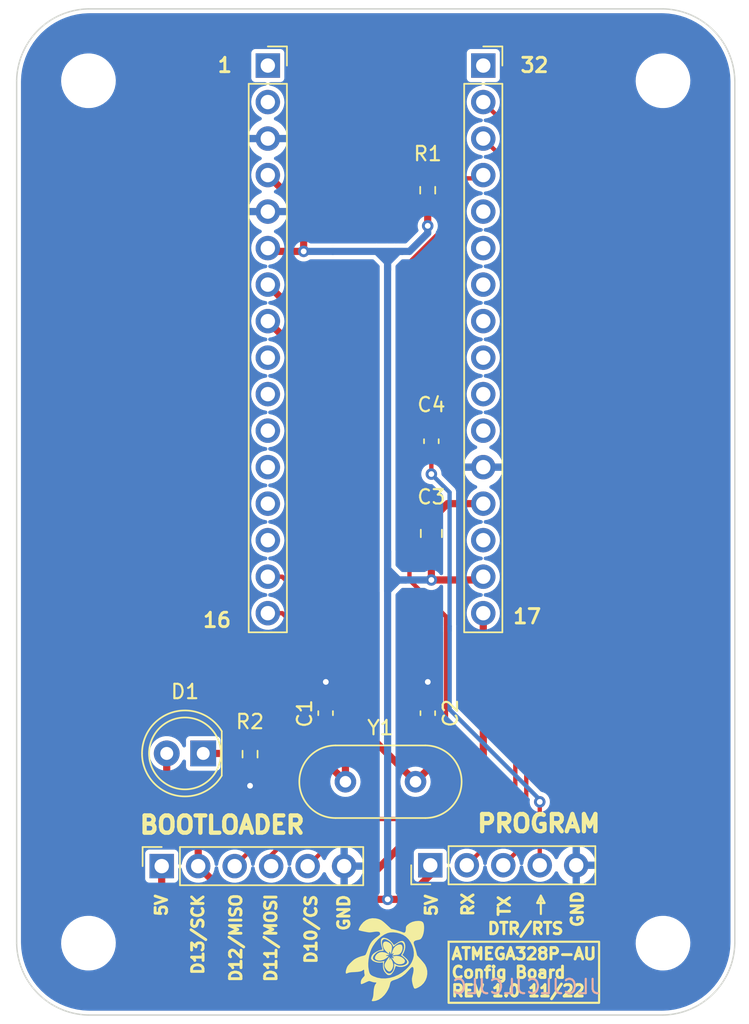
<source format=kicad_pcb>
(kicad_pcb (version 20211014) (generator pcbnew)
  (title_block (title "ESP32 Dev Base w/ Cypress USB-UART Interface") (date "2022-10-20") (rev "1.0"))
  (layers (0 "F.Cu" signal) (31 "B.Cu" power) (34 "B.Paste" user) (35 "F.Paste" user) (36 "B.SilkS" user "B.Silkscreen") (37 "F.SilkS" user "F.Silkscreen") (38 "B.Mask" user) (39 "F.Mask" user) (44 "Edge.Cuts" user))
  (net 0 "")
  (net 1 "GND")
  (net 2 "+5V")
  (net 3 "Net-(C1-Pad1)")
  (net 4 "Net-(C2-Pad1)")
  (net 5 "Net-(C3-Pad2)")
  (net 6 "DTR{slash}RTS")
  (net 7 "CS")
  (net 8 "SCK")
  (net 9 "MISO")
  (net 10 "MOSI")
  (net 11 "TX")
  (net 12 "RX")
  (net 28 "Net-(D1-Pad1)")
  (footprint "Crystal:Crystal_HC49-U_Vertical" (layer "F.Cu") (at 149.77 115.77 180)
    (fp_text reference "Y1" (at 2.45 3.756) (layer "F.SilkS"))
    (fp_text value "16MHZ" hide)
    (fp_line (start -0.685 -2.525) (end 5.565 -2.525) (layer "F.SilkS") (width 0.12))
    (fp_line (start -0.685 2.525) (end 5.565 2.525) (layer "F.SilkS") (width 0.12))
    (fp_arc (start -0.685 2.525) (mid -3.21 0) (end -0.685 -2.525) (layer "F.SilkS") (width 0.12))
    (fp_arc (start 5.565 -2.525) (mid 8.09 0) (end 5.565 2.525) (layer "F.SilkS") (width 0.12))
    (pad "1" thru_hole circle (at 0 0 180) (size 1.5 1.5) (drill 0.8) (layers *.Cu *.Mask) (net 4 "Net-(C2-Pad1)"))
    (pad "2" thru_hole circle (at 4.88 0 180) (size 1.5 1.5) (drill 0.8) (layers *.Cu *.Mask) (net 3 "Net-(C1-Pad1)"))
  )
  (footprint "Capacitor_SMD:C_0805_2012Metric" (layer "F.Cu") (at 150.873 98.495 90)
    (fp_text reference "C3" (at 2.54 0 180) (layer "F.SilkS"))
    (fp_text value "47uF" hide)
    (fp_line (start -0.261252 -0.735) (end 0.261252 -0.735) (layer "F.SilkS") (width 0.12))
    (fp_line (start -0.261252 0.735) (end 0.261252 0.735) (layer "F.SilkS") (width 0.12))
    (pad "1" smd roundrect (at -0.95 0 90) (size 1 1.45) (layers "F.Cu" "F.Paste" "F.Mask") (net 2 "+5V"))
    (pad "2" smd roundrect (at 0.95 0 90) (size 1 1.45) (layers "F.Cu" "F.Paste" "F.Mask") (net 5 "Net-(C3-Pad2)"))
  )
  (footprint "MountingHole:MountingHole_3.2mm_M3" (layer "F.Cu") (at 167 67)
    (fp_text reference "H2" hide)
    (fp_text value "MountingHole" hide)
    (pad "" np_thru_hole circle (at 0 0) (size 3.2 3.2) (drill 3.2) (layers *.Cu *.Mask))
  )
  (footprint "Resistor_SMD:R_0603_1608Metric" (layer "F.Cu") (at 138.25 113.85 -90)
    (fp_text reference "R2" (at -2.261 0.009 180) (layer "F.SilkS"))
    (fp_text value "1k" hide)
    (fp_line (start -0.237258 0.5225) (end 0.237258 0.5225) (layer "F.SilkS") (width 0.12))
    (fp_line (start -0.237258 -0.5225) (end 0.237258 -0.5225) (layer "F.SilkS") (width 0.12))
    (pad "1" smd roundrect (at -0.825 0 270) (size 0.8 0.95) (layers "F.Cu" "F.Paste" "F.Mask") (net 28 "Net-(D1-Pad1)"))
    (pad "2" smd roundrect (at 0.825 0 270) (size 0.8 0.95) (layers "F.Cu" "F.Paste" "F.Mask") (net 1 "GND"))
  )
  (footprint "Capacitor_SMD:C_0603_1608Metric" (layer "F.Cu") (at 150.625 111 90)
    (fp_text reference "C2" (at 0.002 1.578 270) (layer "F.SilkS"))
    (fp_text value "22pF" hide)
    (fp_line (start -0.14058 0.51) (end 0.14058 0.51) (layer "F.SilkS") (width 0.12))
    (fp_line (start -0.14058 -0.51) (end 0.14058 -0.51) (layer "F.SilkS") (width 0.12))
    (pad "1" smd roundrect (at -0.775 0 90) (size 0.9 0.95) (layers "F.Cu" "F.Paste" "F.Mask") (net 4 "Net-(C2-Pad1)"))
    (pad "2" smd roundrect (at 0.775 0 90) (size 0.9 0.95) (layers "F.Cu" "F.Paste" "F.Mask") (net 1 "GND"))
  )
  (footprint "Resistor_SMD:R_0603_1608Metric" (layer "F.Cu") (at 150.619 74.616 90)
    (fp_text reference "R1" (at 2.54 0) (layer "F.SilkS"))
    (fp_text value "10k" hide)
    (fp_line (start -0.237258 0.5225) (end 0.237258 0.5225) (layer "F.SilkS") (width 0.12))
    (fp_line (start -0.237258 -0.5225) (end 0.237258 -0.5225) (layer "F.SilkS") (width 0.12))
    (pad "1" smd roundrect (at -0.825 0 90) (size 0.8 0.95) (layers "F.Cu" "F.Paste" "F.Mask") (net 2 "+5V"))
    (pad "2" smd roundrect (at 0.825 0 90) (size 0.8 0.95) (layers "F.Cu" "F.Paste" "F.Mask") (net 7 "CS"))
  )
  (footprint "Capacitor_SMD:C_0603_1608Metric" (layer "F.Cu") (at 143.51 110.998 90)
    (fp_text reference "C1" (at -0.027 -1.46 90) (layer "F.SilkS"))
    (fp_text value "22pF" hide)
    (fp_line (start -0.14058 0.51) (end 0.14058 0.51) (layer "F.SilkS") (width 0.12))
    (fp_line (start -0.14058 -0.51) (end 0.14058 -0.51) (layer "F.SilkS") (width 0.12))
    (pad "1" smd roundrect (at -0.775 0 90) (size 0.9 0.95) (layers "F.Cu" "F.Paste" "F.Mask") (net 3 "Net-(C1-Pad1)"))
    (pad "2" smd roundrect (at 0.775 0 90) (size 0.9 0.95) (layers "F.Cu" "F.Paste" "F.Mask") (net 1 "GND"))
  )
  (footprint "MountingHole:MountingHole_3.2mm_M3" (layer "F.Cu") (at 127 127)
    (fp_text reference "H3" hide)
    (fp_text value "MountingHole" hide)
    (pad "" np_thru_hole circle (at 0 0) (size 3.2 3.2) (drill 3.2) (layers *.Cu *.Mask))
  )
  (footprint "Connector_PinSocket_2.54mm:PinSocket_1x06_P2.54mm_Vertical" (layer "F.Cu") (at 132.1 121.64 90)
    (fp_text reference "J1" hide)
    (fp_text value "Conn_01x06_Female" hide)
    (fp_line (start 1.33 1.27) (end 1.33 14.03) (layer "F.SilkS") (width 0.12))
    (fp_line (start -1.33 1.27) (end 1.33 1.27) (layer "F.SilkS") (width 0.12))
    (fp_line (start 0 -1.33) (end 1.33 -1.33) (layer "F.SilkS") (width 0.12))
    (fp_line (start 1.33 -1.33) (end 1.33 0) (layer "F.SilkS") (width 0.12))
    (fp_line (start -1.33 1.27) (end -1.33 14.03) (layer "F.SilkS") (width 0.12))
    (fp_line (start -1.33 14.03) (end 1.33 14.03) (layer "F.SilkS") (width 0.12))
    (pad "1" thru_hole rect (at 0 0 90) (size 1.7 1.7) (drill 1) (layers *.Cu *.Mask) (net 2 "+5V"))
    (pad "2" thru_hole oval (at 0 2.54 90) (size 1.7 1.7) (drill 1) (layers *.Cu *.Mask) (net 8 "SCK"))
    (pad "3" thru_hole oval (at 0 5.08 90) (size 1.7 1.7) (drill 1) (layers *.Cu *.Mask) (net 9 "MISO"))
    (pad "4" thru_hole oval (at 0 7.62 90) (size 1.7 1.7) (drill 1) (layers *.Cu *.Mask) (net 10 "MOSI"))
    (pad "5" thru_hole oval (at 0 10.16 90) (size 1.7 1.7) (drill 1) (layers *.Cu *.Mask) (net 7 "CS"))
    (pad "6" thru_hole oval (at 0 12.7 90) (size 1.7 1.7) (drill 1) (layers *.Cu *.Mask) (net 1 "GND"))
  )
  (footprint "Connector_PinHeader_2.54mm:PinHeader_1x05_P2.54mm_Vertical" (layer "F.Cu") (at 150.8 121.58 90)
    (fp_text reference "J2" hide)
    (fp_text value "Conn_01x05_Male" hide)
    (fp_line (start -1.33 11.49) (end 1.33 11.49) (layer "F.SilkS") (width 0.12))
    (fp_line (start -1.33 1.27) (end 1.33 1.27) (layer "F.SilkS") (width 0.12))
    (fp_line (start -1.33 -1.33) (end 0 -1.33) (layer "F.SilkS") (width 0.12))
    (fp_line (start 1.33 1.27) (end 1.33 11.49) (layer "F.SilkS") (width 0.12))
    (fp_line (start -1.33 0) (end -1.33 -1.33) (layer "F.SilkS") (width 0.12))
    (fp_line (start -1.33 1.27) (end -1.33 11.49) (layer "F.SilkS") (width 0.12))
    (pad "1" thru_hole rect (at 0 0 90) (size 1.7 1.7) (drill 1) (layers *.Cu *.Mask) (net 2 "+5V"))
    (pad "2" thru_hole oval (at 0 2.54 90) (size 1.7 1.7) (drill 1) (layers *.Cu *.Mask) (net 11 "TX"))
    (pad "3" thru_hole oval (at 0 5.08 90) (size 1.7 1.7) (drill 1) (layers *.Cu *.Mask) (net 12 "RX"))
    (pad "4" thru_hole oval (at 0 7.62 90) (size 1.7 1.7) (drill 1) (layers *.Cu *.Mask) (net 6 "DTR{slash}RTS"))
    (pad "5" thru_hole oval (at 0 10.16 90) (size 1.7 1.7) (drill 1) (layers *.Cu *.Mask) (net 1 "GND"))
  )
  (footprint "LOGO" (layer "F.Cu") (at 148.035545 127.814596 -45)
    (fp_text reference "G***" hide)
    (fp_text value "LOGO" hide)
    (fp_poly (pts (xy -0.117083 0.129295) (xy -0.166083 0.189905) (xy -0.190683 0.236676) (xy -0.189742 0.260499) (xy -0.162122 0.25227) (xy -0.129082 0.225192) (xy -0.078027 0.183331) (xy -0.043163 0.165307) (xy -0.042642 0.165293) (xy -0.030383 0.189447) (xy -0.030935 0.252527) (xy -0.042055 0.340454) (xy -0.061504 0.439153) (xy -0.08704 0.534545) (xy -0.112467 0.603896) (xy -0.201884 0.757502) (xy -0.314344 0.872402) (xy -0.40546 0.926278) (xy -0.498692 0.958146) (xy -0.564979 0.956563) (xy -0.622065 0.920303) (xy -0.632086 0.910647) (xy -0.684924 0.822467) (xy -0.710271 0.69798) (xy -0.705701 0.549947) (xy -0.703586 0.534872) (xy -0.656167 0.398048) (xy -0.560988 0.276299) (xy -0.424515 0.17495) (xy -0.253216 0.09933) (xy -0.137744 0.068798) (xy -0.041323 0.048959)) (layer "F.SilkS") (width 0) (fill solid))
    (fp_poly (pts (xy -0.451948 -0.534) (xy -0.356996 -0.488004) (xy -0.26431 -0.401255) (xy -0.164351 -0.268714) (xy -0.142867 -0.236601) (xy -0.008199 -0.03235) (xy -0.100175 -0.07621) (xy -0.171715 -0.101198) (xy -0.21074 -0.097904) (xy -0.21016 -0.071162) (xy -0.168268 -0.029793) (xy -0.103195 0.019292) (xy -0.16868 0.036818) (xy -0.251489 0.04852) (xy -0.364 0.051948) (xy -0.481509 0.047545) (xy -0.579315 0.035752) (xy -0.607683 0.028975) (xy -0.760813 -0.033702) (xy -0.870977 -0.111682) (xy -0.937259 -0.198567) (xy -0.958743 -0.287956) (xy -0.934513 -0.373453) (xy -0.863653 -0.448657) (xy -0.745248 -0.507169) (xy -0.686807 -0.523887) (xy -0.558705 -0.544282)) (layer "F.SilkS") (width 0) (fill solid))
    (fp_poly (pts (xy 0.234165 0.177352) (xy 0.422841 0.233097) (xy 0.57885 0.324402) (xy 0.652781 0.394109) (xy 0.727351 0.502001) (xy 0.776074 0.619475) (xy 0.796396 0.733276) (xy 0.785761 0.830144) (xy 0.748535 0.891066) (xy 0.678235 0.923768) (xy 0.575182 0.93532) (xy 0.457386 0.925997) (xy 0.342855 0.896075) (xy 0.314721 0.884451) (xy 0.210895 0.814381) (xy 0.153626 0.730593) (xy 0.130637 0.666799) (xy 0.105675 0.573755) (xy 0.081471 0.465626) (xy 0.060757 0.356578) (xy 0.046265 0.260777) (xy 0.040728 0.192389) (xy 0.044864 0.166619) (xy 0.069207 0.176478) (xy 0.114415 0.216496) (xy 0.127726 0.230408) (xy 0.181011 0.277967) (xy 0.212495 0.289869) (xy 0.213713 0.268494) (xy 0.176602 0.216667) (xy 0.123969 0.157509)) (layer "F.SilkS") (width 0) (fill solid))
    (fp_poly (pts (xy 0.1278 -1.271909) (xy 0.237606 -1.20288) (xy 0.343494 -1.102116) (xy 0.436823 -0.975875) (xy 0.483623 -0.889602) (xy 0.525179 -0.793296) (xy 0.557563 -0.703141) (xy 0.56894 -0.660886) (xy 0.585699 -0.577087) (xy 0.825573 -0.595195) (xy 1.011724 -0.600934) (xy 1.150187 -0.584794) (xy 1.244737 -0.54458) (xy 1.299146 -0.478097) (xy 1.317188 -0.383152) (xy 1.312209 -0.312208) (xy 1.262286 -0.138911) (xy 1.167237 0.021009) (xy 1.037031 0.153693) (xy 0.925493 0.225399) (xy 0.856571 0.260729) (xy 0.812121 0.28462) (xy 0.804533 0.289326) (xy 0.811966 0.315366) (xy 0.839202 0.377222) (xy 0.880489 0.461899) (xy 0.883728 0.468289) (xy 0.958869 0.660183) (xy 0.984755 0.810556) (xy 0.990015 0.909185) (xy 0.983141 0.973229) (xy 0.959669 1.022663) (xy 0.928545 1.0621) (xy 0.886542 1.105566) (xy 0.843393 1.129938) (xy 0.781779 1.140652) (xy 0.684381 1.143146) (xy 0.670381 1.143151) (xy 0.51042 1.127654) (xy 0.369418 1.077302) (xy 0.23497 0.985959) (xy 0.112813 0.867436) (xy -0.00537 0.739224) (xy -0.049183 0.803505) (xy -0.145252 0.918185) (xy -0.261951 1.017334) (xy -0.389304 1.096429) (xy -0.517339 1.150947) (xy -0.63608 1.176365) (xy -0.735553 1.16816) (xy -0.789353 1.139149) (xy -0.850071 1.057135) (xy -0.892643 0.942576) (xy -0.909103 0.817074) (xy -0.909111 0.814367) (xy -0.895095 0.686662) (xy -0.857828 0.536792) (xy -0.80448 0.388525) (xy -0.744872 0.269892) (xy -0.665053 0.140327) (xy -0.882008 0.015188) (xy -1.047969 -0.094035) (xy -1.163544 -0.200386) (xy -1.227934 -0.302209) (xy -1.233872 -0.347974) (xy -1.124071 -0.347974) (xy -1.092865 -0.251236) (xy -1.007523 -0.151173) (xy -0.867754 -0.047413) (xy -0.732346 0.030271) (xy -0.647011 0.075601) (xy -0.583084 0.11039) (xy -0.554139 0.127246) (xy -0.554 0.127358) (xy -0.564646 0.150778) (xy -0.603518 0.201365) (xy -0.640209 0.24361) (xy -0.705802 0.329664) (xy -0.758942 0.422453) (xy -0.773565 0.457841) (xy -0.800406 0.581452) (xy -0.807275 0.720145) (xy -0.794664 0.851684) (xy -0.763066 0.953834) (xy -0.762552 0.954832) (xy -0.710911 1.03112) (xy -0.6491 1.066838) (xy -0.564917 1.065237) (xy -0.461387 1.035098) (xy -0.299014 0.950186) (xy -0.156429 0.823264) (xy -0.082575 0.725494) (xy -0.005652 0.604199) (xy 0.054225 0.701083) (xy 0.154785 0.827083) (xy 0.282595 0.933023) (xy 0.424665 1.011782) (xy 0.568003 1.056242) (xy 0.699618 1.059281) (xy 0.705802 1.058191) (xy 0.81276 1.015637) (xy 0.882531 0.940163) (xy 0.915272 0.839363) (xy 0.911137 0.720829) (xy 0.870284 0.592155) (xy 0.792867 0.460934) (xy 0.691178 0.346093) (xy 0.628713 0.280499) (xy 0.610579 0.241399) (xy 0.636195 0.223374) (xy 0.677669 0.22039) (xy 0.79402 0.196611) (xy 0.911219 0.132378) (xy 1.020212 0.038347) (xy 1.111941 -0.074827) (xy 1.177352 -0.196488) (xy 1.207388 -0.31598) (xy 1.20166 -0.396167) (xy 1.165663 -0.462776) (xy 1.12372 -0.498973) (xy 1.047774 -0.520916) (xy 0.934175 -0.531058) (xy 0.799205 -0.528867) (xy 0.661171 -0.514127) (xy 0.537201 -0.494745) (xy 0.49035 -0.653718) (xy 0.422624 -0.83143) (xy 0.335938 -0.978214) (xy 0.2357 -1.089093) (xy 0.127319 -1.159087) (xy 0.016203 -1.18322) (xy -0.067793 -1.167427) (xy -0.122726 -1.120285) (xy -0.172274 -1.029662) (xy -0.211886 -0.90717) (xy -0.237015 -0.764419) (xy -0.240538 -0.726443) (xy -0.24862 -0.628733) (xy -0.255889 -0.556774) (xy -0.260952 -0.524104) (xy -0.261458 -0.523428) (xy -0.287091 -0.534405) (xy -0.3433 -0.561514) (xy -0.357509 -0.568568) (xy -0.467585 -0.603092) (xy -0.600249 -0.614347) (xy -0.741519 -0.604715) (xy -0.877412 -0.576579) (xy -0.993948 -0.532324) (xy -1.077143 -0.474333) (xy -1.10143 -0.441757) (xy -1.124071 -0.347974) (xy -1.233872 -0.347974) (xy -1.240342 -0.397845) (xy -1.199972 -0.485635) (xy -1.147061 -0.536182) (xy -0.983292 -0.630375) (xy -0.797696 -0.677775) (xy -0.595856 -0.680911) (xy -0.49195 -0.671) (xy -0.406307 -0.65952) (xy -0.357034 -0.64891) (xy -0.356341 -0.648645) (xy -0.332635 -0.64911) (xy -0.314061 -0.678284) (xy -0.297005 -0.745319) (xy -0.280863 -0.839792) (xy -0.239653 -1.02895) (xy -0.182723 -1.170706) (xy -0.111231 -1.262602) (xy -0.068989 -1.289729) (xy 0.022721 -1.302944)) (layer "F.SilkS") (width 0) (fill solid))
    (fp_poly (pts (xy 0.115518 -3.15042) (xy 0.232256 -3.062829) (xy 0.327719 -2.972593) (xy 0.455249 -2.828622) (xy 0.561455 -2.676753) (xy 0.641445 -2.526742) (xy 0.690323 -2.388347) (xy 0.703194 -2.271323) (xy 0.697755 -2.235003) (xy 0.670871 -2.171666) (xy 0.621851 -2.089475) (xy 0.587873 -2.041538) (xy 0.518988 -1.92619) (xy 0.498338 -1.826878) (xy 0.526421 -1.747242) (xy 0.544836 -1.727357) (xy 0.595241 -1.692815) (xy 0.677199 -1.647449) (xy 0.758339 -1.607937) (xy 0.864132 -1.555528) (xy 0.990739 -1.486877) (xy 1.112799 -1.415797) (xy 1.126279 -1.407549) (xy 1.329674 -1.282276) (xy 1.69103 -1.264093) (xy 1.841048 -1.254584) (xy 1.984438 -1.242028) (xy 2.105205 -1.228038) (xy 2.187356 -1.214229) (xy 2.188977 -1.213853) (xy 2.402855 -1.136642) (xy 2.59304 -1.015288) (xy 2.754747 -0.857395) (xy 2.883188 -0.670573) (xy 2.973579 -0.462427) (xy 3.021132 -0.240566) (xy 3.021064 -0.012596) (xy 3.005499 0.084008) (xy 2.964772 0.245458) (xy 2.919661 0.370374) (xy 2.872948 0.452267) (xy 2.834358 0.48311) (xy 2.778597 0.478508) (xy 2.690216 0.445661) (xy 2.580117 0.390111) (xy 2.459204 0.317396) (xy 2.33838 0.233058) (xy 2.33042 0.227025) (xy 2.217896 0.12056) (xy 2.115831 -0.022809) (xy 2.08248 -0.080718) (xy 1.989338 -0.234864) (xy 1.899407 -0.356005) (xy 1.816623 -0.441112) (xy 1.744922 -0.487154) (xy 1.68824 -0.491101) (xy 1.650514 -0.449924) (xy 1.641608 -0.42012) (xy 1.637066 -0.357356) (xy 1.639086 -0.258785) (xy 1.647153 -0.143244) (xy 1.649931 -0.115093) (xy 1.660088 0.215779) (xy 1.618601 0.529657) (xy 1.524644 0.83083) (xy 1.429404 1.032337) (xy 1.368464 1.153377) (xy 1.338156 1.244654) (xy 1.338614 1.322291) (xy 1.369968 1.402412) (xy 1.432351 1.501137) (xy 1.433243 1.502435) (xy 1.517009 1.654839) (xy 1.588349 1.843767) (xy 1.641721 2.051075) (xy 1.671584 2.258622) (xy 1.673762 2.289823) (xy 1.669752 2.552794) (xy 1.624027 2.782338) (xy 1.535542 2.9822) (xy 1.44518 3.109336) (xy 1.382521 3.17415) (xy 1.339817 3.192144) (xy 1.310864 3.164987) (xy 1.303636 3.147451) (xy 1.261247 3.039202) (xy 1.212821 2.946827) (xy 1.148176 2.854566) (xy 1.057133 2.746658) (xy 1.013428 2.698196) (xy 0.868782 2.52509) (xy 0.765095 2.368803) (xy 0.704687 2.233311) (xy 0.689074 2.141919) (xy 0.680952 2.082826) (xy 0.654436 2.071589) (xy 0.605133 2.107838) (xy 0.580616 2.132806) (xy 0.517262 2.183753) (xy 0.429093 2.235886) (xy 0.38723 2.25571) (xy 0.306162 2.294847) (xy 0.245159 2.331953) (xy 0.227316 2.34747) (xy 0.206051 2.387777) (xy 0.172801 2.466971) (xy 0.133001 2.571669) (xy 0.10941 2.637798) (xy 0.068521 2.74621) (xy 0.030338 2.831688) (xy 0.000232 2.882959) (xy -0.012034 2.892624) (xy -0.064423 2.870181) (xy -0.126008 2.812871) (xy -0.18262 2.735725) (xy -0.209652 2.682992) (xy -0.23204 2.600873) (xy -0.245827 2.495328) (xy -0.24794 2.441201) (xy -0.2507 2.352179) (xy -0.264613 2.298869) (xy -0.298128 2.261953) (xy -0.337943 2.235419) (xy -0.419182 2.176854) (xy -0.491895 2.1117) (xy -0.494264 2.109203) (xy -0.554674 2.053506) (xy -0.590168 2.044538) (xy -0.604984 2.082276) (xy -0.606074 2.108581) (xy -0.623808 2.200759) (xy -0.678687 2.311433) (xy -0.773228 2.444542) (xy -0.909951 2.604022) (xy -0.951671 2.649173) (xy -1.073804 2.785957) (xy -1.156433 2.893712) (xy -1.203302 2.977547) (xy -1.212764 3.005108) (xy -1.238878 3.072781) (xy -1.268692 3.110323) (xy -1.27728 3.113015) (xy -1.332225 3.08756) (xy -1.3971 3.01543) (xy -1.466867 2.902977) (xy -1.506706 2.823671) (xy -1.540737 2.746412) (xy -1.562988 2.678454) (xy -1.575875 2.604566) (xy -1.581812 2.509517) (xy -1.583217 2.378077) (xy -1.583154 2.341648) (xy -1.580839 2.190099) (xy -1.573108 2.074878) (xy -1.55728 1.977285) (xy -1.530672 1.878619) (xy -1.506118 1.804447) (xy -1.456769 1.678967) (xy -1.397536 1.553301) (xy -1.340397 1.452635) (xy -1.33484 1.444296) (xy -1.283528 1.358375) (xy -1.248984 1.280342) (xy -1.239697 1.238196) (xy -1.251211 1.188645) (xy -1.28262 1.101735) (xy -1.329225 0.98941) (xy -1.386326 0.863616) (xy -1.390636 0.854529) (xy -1.489421 0.626941) (xy -1.55363 0.426875) (xy -1.585746 0.241076) (xy -1.588251 0.056293) (xy -1.570023 -0.103308) (xy -1.563965 -0.140776) (xy -1.377536 -0.140776) (xy -1.358125 0.15165) (xy -1.302874 0.440861) (xy -1.238372 0.647397) (xy -1.138624 0.870876) (xy -1.006342 1.099663) (xy -0.851451 1.320064) (xy -0.683876 1.518382) (xy -0.513543 1.680922) (xy -0.457294 1.72521) (xy -0.315084 1.827606) (xy -0.203636 1.897582) (xy -0.111599 1.938244) (xy -0.027621 1.952698) (xy 0.059649 1.944051) (xy 0.161562 1.915408) (xy 0.195416 1.903827) (xy 0.456363 1.784005) (xy 0.695223 1.617803) (xy 0.908526 1.410698) (xy 1.092802 1.168168) (xy 1.24458 0.895691) (xy 1.360391 0.598742) (xy 1.436763 0.282801) (xy 1.470227 -0.046657) (xy 1.471447 -0.110196) (xy 1.465247 -0.328286) (xy 1.440922 -0.513542) (xy 1.394191 -0.686459) (xy 1.320775 -0.867534) (xy 1.307185 -0.896689) (xy 1.184556 -1.094263) (xy 1.019507 -1.267696) (xy 0.820777 -1.413315) (xy 0.5971 -1.527447) (xy 0.357212 -1.606418) (xy 0.109851 -1.646557) (xy -0.136248 -1.644189) (xy -0.362541 -1.598721) (xy -0.58005 -1.511268) (xy -0.786373 -1.390267) (xy -0.970367 -1.24447) (xy -1.120889 -1.082631) (xy -1.221914 -0.923677) (xy -1.309311 -0.689805) (xy -1.361224 -0.42505) (xy -1.377536 -0.140776) (xy -1.563965 -0.140776) (xy -1.545497 -0.254998) (xy -1.529386 -0.361445) (xy -1.521887 -0.431886) (xy -1.523196 -0.47556) (xy -1.53351 -0.501704) (xy -1.553025 -0.519558) (xy -1.579227 -0.536571) (xy -1.631477 -0.564986) (xy -1.675789 -0.564238) (xy -1.734525 -0.537745) (xy -1.791539 -0.493962) (xy -1.864057 -0.418645) (xy -1.93796 -0.326718) (xy -1.950128 -0.309831) (xy -2.021102 -0.213236) (xy -2.08968 -0.126208) (xy -2.142645 -0.065417) (xy -2.148807 -0.05922) (xy -2.197715 -0.018673) (xy -2.276798 0.039364) (xy -2.375302 0.107806) (xy -2.48247 0.179569) (xy -2.587548 0.247567) (xy -2.679781 0.304716) (xy -2.748412 0.343931) (xy -2.782393 0.358134) (xy -2.817941 0.332412) (xy -2.85628 0.261736) (xy -2.893522 0.155844) (xy -2.925778 0.024475) (xy -2.93478 -0.023463) (xy -2.952684 -0.271105) (xy -2.919252 -0.502928) (xy -2.836189 -0.714854) (xy -2.705199 -0.902806) (xy -2.527989 -1.062709) (xy -2.488705 -1.089934) (xy -2.383503 -1.15607) (xy -2.288054 -1.205041) (xy -2.190362 -1.23985) (xy -2.078433 -1.263501) (xy -1.940272 -1.278997) (xy -1.763884 -1.289341) (xy -1.678639 -1.292756) (xy -1.249795 -1.308569) (xy -1.015787 -1.452142) (xy -0.887705 -1.526835) (xy -0.749894 -1.601024) (xy -0.626124 -1.662081) (xy -0.590619 -1.67797) (xy -0.492784 -1.721943) (xy -0.436044 -1.754863) (xy -0.410082 -1.785493) (xy -0.404579 -1.822591) (xy -0.405299 -1.835325) (xy -0.431394 -1.906028) (xy -0.495131 -1.993888) (xy -0.529268 -2.030858) (xy -0.594178 -2.100292) (xy -0.629474 -2.154846) (xy -0.64409 -2.216824) (xy -0.646963 -2.308529) (xy -0.646938 -2.324588) (xy -0.621858 -2.506785) (xy -0.551764 -2.695986) (xy -0.442984 -2.879205) (xy -0.301849 -3.043459) (xy -0.291795 -3.053087) (xy -0.182821 -3.142484) (xy -0.083975 -3.189202) (xy 0.012789 -3.192195)) (layer "F.SilkS") (width 0) (fill solid))
    (fp_poly (pts (xy 0.113364 -1.022684) (xy 0.221204 -0.955522) (xy 0.31045 -0.853145) (xy 0.375045 -0.729469) (xy 0.408934 -0.598411) (xy 0.406058 -0.473887) (xy 0.382377 -0.404534) (xy 0.34313 -0.344879) (xy 0.285805 -0.274735) (xy 0.273857 -0.261714) (xy 0.211498 -0.186119) (xy 0.160291 -0.10898) (xy 0.155093 -0.09934) (xy 0.113994 -0.019613) (xy 0.105207 -0.126889) (xy 0.090684 -0.19332) (xy 0.068281 -0.219065) (xy 0.048698 -0.200844) (xy 0.042289 -0.146172) (xy 0.033412 -0.106956) (xy 0.006747 -0.115457) (xy -0.034674 -0.168377) (xy -0.087822 -0.262419) (xy -0.114537 -0.316812) (xy -0.177434 -0.496239) (xy -0.188664 -0.663318) (xy -0.14851 -0.824053) (xy -0.139448 -0.844978) (xy -0.073206 -0.953768) (xy 0.003434 -1.016914) (xy 0.084796 -1.030428)) (layer "F.SilkS") (width 0) (fill solid))
    (fp_poly (pts (xy 0.905117 -0.450177) (xy 0.965498 -0.435981) (xy 1.007719 -0.405328) (xy 1.024383 -0.386254) (xy 1.062931 -0.304735) (xy 1.054594 -0.209245) (xy 0.998564 -0.09472) (xy 0.971361 -0.054528) (xy 0.854774 0.066719) (xy 0.715843 0.140049) (xy 0.561693 0.163006) (xy 0.413232 0.137744) (xy 0.335985 0.120653) (xy 0.247939 0.110694) (xy 0.151518 0.1057) (xy 0.242311 0.066032) (xy 0.301779 0.028697) (xy 0.31333 -0.002434) (xy 0.279283 -0.016416) (xy 0.226342 -0.00935) (xy 0.153025 0.009052) (xy 0.204048 -0.071233) (xy 0.336987 -0.24051) (xy 0.488873 -0.36219) (xy 0.655882 -0.433854) (xy 0.808223 -0.453637)) (layer "F.SilkS") (width 0) (fill solid))
  )
  (footprint "Connector_PinSocket_2.54mm:PinSocket_1x16_P2.54mm_Vertical" (layer "F.Cu") (at 154.487 65.943)
    (fp_text reference "J4" hide)
    (fp_text value "Conn_01x16_Female" hide)
    (fp_line (start -1.33 1.27) (end 1.33 1.27) (layer "F.SilkS") (width 0.12))
    (fp_line (start 1.33 -1.33) (end 1.33 0) (layer "F.SilkS") (width 0.12))
    (fp_line (start 1.33 1.27) (end 1.33 39.43) (layer "F.SilkS") (width 0.12))
    (fp_line (start 0 -1.33) (end 1.33 -1.33) (layer "F.SilkS") (width 0.12))
    (fp_line (start -1.33 39.43) (end 1.33 39.43) (layer "F.SilkS") (width 0.12))
    (fp_line (start -1.33 1.27) (end -1.33 39.43) (layer "F.SilkS") (width 0.12))
    (pad "1" thru_hole rect (at 0 0) (size 1.7 1.7) (drill 1) (layers *.Cu *.Mask))
    (pad "2" thru_hole oval (at 0 2.54) (size 1.7 1.7) (drill 1) (layers *.Cu *.Mask) (net 12 "RX"))
    (pad "3" thru_hole oval (at 0 5.08) (size 1.7 1.7) (drill 1) (layers *.Cu *.Mask) (net 11 "TX"))
    (pad "4" thru_hole oval (at 0 7.62) (size 1.7 1.7) (drill 1) (layers *.Cu *.Mask) (net 7 "CS"))
    (pad "5" thru_hole oval (at 0 10.16) (size 1.7 1.7) (drill 1) (layers *.Cu *.Mask))
    (pad "6" thru_hole oval (at 0 12.7) (size 1.7 1.7) (drill 1) (layers *.Cu *.Mask))
    (pad "7" thru_hole oval (at 0 15.24) (size 1.7 1.7) (drill 1) (layers *.Cu *.Mask))
    (pad "8" thru_hole oval (at 0 17.78) (size 1.7 1.7) (drill 1) (layers *.Cu *.Mask))
    (pad "9" thru_hole oval (at 0 20.32) (size 1.7 1.7) (drill 1) (layers *.Cu *.Mask))
    (pad "10" thru_hole oval (at 0 22.86) (size 1.7 1.7) (drill 1) (layers *.Cu *.Mask))
    (pad "11" thru_hole oval (at 0 25.4) (size 1.7 1.7) (drill 1) (layers *.Cu *.Mask))
    (pad "12" thru_hole oval (at 0 27.94) (size 1.7 1.7) (drill 1) (layers *.Cu *.Mask) (net 1 "GND"))
    (pad "13" thru_hole oval (at 0 30.48) (size 1.7 1.7) (drill 1) (layers *.Cu *.Mask) (net 5 "Net-(C3-Pad2)"))
    (pad "14" thru_hole oval (at 0 33.02) (size 1.7 1.7) (drill 1) (layers *.Cu *.Mask))
    (pad "15" thru_hole oval (at 0 35.56) (size 1.7 1.7) (drill 1) (layers *.Cu *.Mask) (net 2 "+5V"))
    (pad "16" thru_hole oval (at 0 38.1) (size 1.7 1.7) (drill 1) (layers *.Cu *.Mask) (net 8 "SCK"))
  )
  (footprint "Capacitor_SMD:C_0603_1608Metric" (layer "F.Cu") (at 150.873 92.079 90)
    (fp_text reference "C4" (at 2.54 0 180) (layer "F.SilkS"))
    (fp_text value "0.1uF" hide)
    (fp_line (start -0.14058 0.51) (end 0.14058 0.51) (layer "F.SilkS") (width 0.12))
    (fp_line (start -0.14058 -0.51) (end 0.14058 -0.51) (layer "F.SilkS") (width 0.12))
    (pad "1" smd roundrect (at -0.775 0 90) (size 0.9 0.95) (layers "F.Cu" "F.Paste" "F.Mask") (net 6 "DTR{slash}RTS"))
    (pad "2" smd roundrect (at 0.775 0 90) (size 0.9 0.95) (layers "F.Cu" "F.Paste" "F.Mask") (net 7 "CS"))
  )
  (footprint "Connector_PinSocket_2.54mm:PinSocket_1x16_P2.54mm_Vertical" (layer "F.Cu") (at 139.487 65.943)
    (fp_text reference "J3" hide)
    (fp_text value "Conn_01x16_Female" hide)
    (fp_line (start -1.33 39.43) (end 1.33 39.43) (layer "F.SilkS") (width 0.12))
    (fp_line (start 1.33 1.27) (end 1.33 39.43) (layer "F.SilkS") (width 0.12))
    (fp_line (start -1.33 1.27) (end 1.33 1.27) (layer "F.SilkS") (width 0.12))
    (fp_line (start -1.33 1.27) (end -1.33 39.43) (layer "F.SilkS") (width 0.12))
    (fp_line (start 1.33 -1.33) (end 1.33 0) (layer "F.SilkS") (width 0.12))
    (fp_line (start 0 -1.33) (end 1.33 -1.33) (layer "F.SilkS") (width 0.12))
    (pad "1" thru_hole rect (at 0 0) (size 1.7 1.7) (drill 1) (layers *.Cu *.Mask))
    (pad "2" thru_hole oval (at 0 2.54) (size 1.7 1.7) (drill 1) (layers *.Cu *.Mask))
    (pad "3" thru_hole oval (at 0 5.08) (size 1.7 1.7) (drill 1) (layers *.Cu *.Mask) (net 1 "GND"))
    (pad "4" thru_hole oval (at 0 7.62) (size 1.7 1.7) (drill 1) (layers *.Cu *.Mask) (net 2 "+5V"))
    (pad "5" thru_hole oval (at 0 10.16) (size 1.7 1.7) (drill 1) (layers *.Cu *.Mask) (net 1 "GND"))
    (pad "6" thru_hole oval (at 0 12.7) (size 1.7 1.7) (drill 1) (layers *.Cu *.Mask) (net 2 "+5V"))
    (pad "7" thru_hole oval (at 0 15.24) (size 1.7 1.7) (drill 1) (layers *.Cu *.Mask) (net 4 "Net-(C2-Pad1)"))
    (pad "8" thru_hole oval (at 0 17.78) (size 1.7 1.7) (drill 1) (layers *.Cu *.Mask) (net 3 "Net-(C1-Pad1)"))
    (pad "9" thru_hole oval (at 0 20.32) (size 1.7 1.7) (drill 1) (layers *.Cu *.Mask))
    (pad "10" thru_hole oval (at 0 22.86) (size 1.7 1.7) (drill 1) (layers *.Cu *.Mask))
    (pad "11" thru_hole oval (at 0 25.4) (size 1.7 1.7) (drill 1) (layers *.Cu *.Mask))
    (pad "12" thru_hole oval (at 0 27.94) (size 1.7 1.7) (drill 1) (layers *.Cu *.Mask))
    (pad "13" thru_hole oval (at 0 30.48) (size 1.7 1.7) (drill 1) (layers *.Cu *.Mask))
    (pad "14" thru_hole oval (at 0 33.02) (size 1.7 1.7) (drill 1) (layers *.Cu *.Mask))
    (pad "15" thru_hole oval (at 0 35.56) (size 1.7 1.7) (drill 1) (layers *.Cu *.Mask) (net 10 "MOSI"))
    (pad "16" thru_hole oval (at 0 38.1) (size 1.7 1.7) (drill 1) (layers *.Cu *.Mask) (net 9 "MISO"))
  )
  (footprint "LED_THT:LED_D5.0mm" (layer "F.Cu") (at 134.99 113.8 180)
    (fp_text reference "D1" (at 1.27 4.3 180) (layer "F.SilkS"))
    (fp_text value "GRN" hide)
    (fp_line (start -1.29 -1.545) (end -1.29 1.545) (layer "F.SilkS") (width 0.12))
    (fp_arc (start -1.29 -1.54483) (mid 2.072002 -2.880433) (end 4.26 0.000462) (layer "F.SilkS") (width 0.12))
    (fp_arc (start 4.26 -0.000462) (mid 2.072002 2.880433) (end -1.29 1.54483) (layer "F.SilkS") (width 0.12))
    (fp_circle (center 1.27 0) (end 3.77 0) (layer "F.SilkS") (width 0.12) (fill none))
    (pad "1" thru_hole rect (at 0 0 180) (size 1.8 1.8) (drill 0.9) (layers *.Cu *.Mask) (net 28 "Net-(D1-Pad1)"))
    (pad "2" thru_hole circle (at 2.54 0 180) (size 1.8 1.8) (drill 0.9) (layers *.Cu *.Mask) (net 8 "SCK"))
  )
  (footprint "MountingHole:MountingHole_3.2mm_M3" (layer "F.Cu") (at 167 127)
    (fp_text reference "H4" hide)
    (fp_text value "MountingHole" hide)
    (pad "" np_thru_hole circle (at 0 0) (size 3.2 3.2) (drill 3.2) (layers *.Cu *.Mask))
  )
  (footprint "MountingHole:MountingHole_3.2mm_M3" (layer "F.Cu") (at 127 67)
    (fp_text reference "H1" hide)
    (fp_text value "MountingHole" hide)
    (pad "" np_thru_hole circle (at 0 0) (size 3.2 3.2) (drill 3.2) (layers *.Cu *.Mask))
  )
  (gr_line (start 158.242 124.206) (end 158.75 124.206) (layer "F.SilkS") (width 0.15))
  (gr_line (start 158.496 124.968) (end 158.496 123.698) (layer "F.SilkS") (width 0.15))
  (gr_line (start 158.496 123.698) (end 158.242 124.206) (layer "F.SilkS") (width 0.15))
  (gr_rect (start 152.075 126.9) (end 162.55 131.15) (layer "F.SilkS") (width 0.15) (fill none))
  (gr_line (start 158.75 124.206) (end 158.496 123.698) (layer "F.SilkS") (width 0.15))
  (gr_line (start 127 132) (end 167 132) (layer "Edge.Cuts") (width 0.1))
  (gr_arc (start 127 132) (mid 123.489927 130.510073) (end 122 127) (layer "Edge.Cuts") (width 0.1))
  (gr_arc (start 167 62) (mid 170.510073 63.489927) (end 172 67) (layer "Edge.Cuts") (width 0.1))
  (gr_arc (start 172 127) (mid 170.510073 130.510073) (end 167 132) (layer "Edge.Cuts") (width 0.1))
  (gr_line (start 172 67) (end 172 127) (layer "Edge.Cuts") (width 0.1))
  (gr_arc (start 122 67) (mid 123.489927 63.489927) (end 127 62) (layer "Edge.Cuts") (width 0.1))
  (gr_line (start 122 127) (end 122 67) (layer "Edge.Cuts") (width 0.1))
  (gr_line (start 167 62) (end 127 62) (layer "Edge.Cuts") (width 0.1))
  (gr_text "JLCJLCJLCJLC" (at 157.48 130.025) (layer "B.SilkS") (effects (font (size 1 1)) (justify mirror)))
  (gr_text "17" (at 156.461 104.271) (layer "F.SilkS") (effects (font (size 1 1) (thickness 0.2)) (justify left)))
  (gr_text "5V" (at 150.876 125.222 90) (layer "F.SilkS") (effects (font (size 0.8 0.8) (thickness 0.2)) (justify left)))
  (gr_text "GND" (at 144.78 126.238 90) (layer "F.SilkS") (effects (font (size 0.8 0.8) (thickness 0.2)) (justify left)))
  (gr_text "1" (at 135.887 65.917) (layer "F.SilkS") (effects (font (size 1 1) (thickness 0.2)) (justify left)))
  (gr_text "D10/CS" (at 142.494 128.524 90) (layer "F.SilkS") (effects (font (size 0.8 0.8) (thickness 0.2)) (justify left)))
  (gr_text "32" (at 156.969 65.917) (layer "F.SilkS") (effects (font (size 1 1) (thickness 0.2)) (justify left)))
  (gr_text "PROGRAM" (at 153.925 118.675) (layer "F.SilkS") (effects (font (size 1.2 1.2) (thickness 0.3)) (justify left)))
  (gr_text "TX" (at 155.956 125.222 90) (layer "F.SilkS") (effects (font (size 0.8 0.8) (thickness 0.2)) (justify left)))
  (gr_text "GND" (at 161.036 125.984 90) (layer "F.SilkS") (effects (font (size 0.8 0.8) (thickness 0.2)) (justify left)))
  (gr_text "ATMEGA328P-AU\nConfig Board\nREV 1.0 11/22" (at 152.175 129.032) (layer "F.SilkS") (effects (font (size 0.8 0.8) (thickness 0.2)) (justify left)))
  (gr_text "RX" (at 153.416 125.222 90) (layer "F.SilkS") (effects (font (size 0.8 0.8) (thickness 0.2)) (justify left)))
  (gr_text "BOOTLOADER" (at 130.425 118.775) (layer "F.SilkS") (effects (font (size 1.2 1.2) (thickness 0.3)) (justify left)))
  (gr_text "D11/MOSI" (at 139.7 129.794 90) (layer "F.SilkS") (effects (font (size 0.8 0.8) (thickness 0.2)) (justify left)))
  (gr_text "D13/SCK" (at 134.62 129.286 90) (layer "F.SilkS") (effects (font (size 0.8 0.8) (thickness 0.2)) (justify left)))
  (gr_text "16" (at 134.871 104.525) (layer "F.SilkS") (effects (font (size 1 1) (thickness 0.2)) (justify left)))
  (gr_text "D12/MISO" (at 137.26 129.794 90) (layer "F.SilkS") (effects (font (size 0.8 0.8) (thickness 0.2)) (justify left)))
  (gr_text "5V" (at 132.08 125.222 90) (layer "F.SilkS") (effects (font (size 0.8 0.8) (thickness 0.2)) (justify left)))
  (gr_text "DTR/RTS" (at 154.686 125.984) (layer "F.SilkS") (effects (font (size 0.8 0.8) (thickness 0.2)) (justify left)))
  (segment (start 143.51 110.223) (end 143.51 108.84) (width 0.5) (layer "F.Cu") (net 1))
  (segment (start 150.625 110.225) (end 150.625 108.825) (width 0.5) (layer "F.Cu") (net 1))
  (segment (start 138.25 114.675) (end 138.25 116.05) (width 0.5) (layer "F.Cu") (net 1))
  (segment (start 143.51 108.84) (end 143.525 108.825) (width 0.5) (layer "F.Cu") (net 1))
  (via (at 143.525 108.825) (size 0.8) (drill 0.4) (layers "F.Cu" "B.Cu") (net 1))
  (via (at 138.25 116.05) (size 0.8) (drill 0.4) (layers "F.Cu" "B.Cu") (net 1))
  (via (at 150.625 108.825) (size 0.8) (drill 0.4) (layers "F.Cu" "B.Cu") (net 1))
  (segment (start 150.619 77.093) (end 150.619 75.441) (width 0.5) (layer "F.Cu") (net 2))
  (segment (start 139.715 78.871) (end 139.487 78.643) (width 0.5) (layer "F.Cu") (net 2))
  (segment (start 150.8 122.25) (end 150.8 121.58) (width 0.5) (layer "F.Cu") (net 2))
  (segment (start 141.983 78.871) (end 139.715 78.871) (width 0.5) (layer "F.Cu") (net 2))
  (segment (start 132.1 121.64) (end 132.1 122.956) (width 0.5) (layer "F.Cu") (net 2))
  (segment (start 141.983 76.059) (end 139.487 73.563) (width 0.5) (layer "F.Cu") (net 2))
  (segment (start 150.873 99.445) (end 150.873 101.731) (width 0.5) (layer "F.Cu") (net 2))
  (segment (start 141.983 78.871) (end 141.983 76.839) (width 0.5) (layer "F.Cu") (net 2))
  (segment (start 132.1 122.956) (end 133.096 123.952) (width 0.5) (layer "F.Cu") (net 2))
  (segment (start 150.873 101.731) (end 154.259 101.731) (width 0.5) (layer "F.Cu") (net 2))
  (segment (start 133.096 123.952) (end 147.828 123.952) (width 0.5) (layer "F.Cu") (net 2))
  (segment (start 154.259 101.731) (end 154.487 101.503) (width 0.5) (layer "F.Cu") (net 2))
  (segment (start 147.828 123.952) (end 149.098 123.952) (width 0.5) (layer "F.Cu") (net 2))
  (segment (start 149.098 123.952) (end 150.8 122.25) (width 0.5) (layer "F.Cu") (net 2))
  (segment (start 141.983 76.839) (end 141.983 76.059) (width 0.5) (layer "F.Cu") (net 2))
  (via (at 141.983 78.871) (size 0.8) (drill 0.4) (layers "F.Cu" "B.Cu") (net 2))
  (via (at 150.619 77.093) (size 0.8) (drill 0.4) (layers "F.Cu" "B.Cu") (net 2))
  (via (at 150.873 101.731) (size 0.8) (drill 0.4) (layers "F.Cu" "B.Cu") (net 2))
  (via (at 147.828 123.952) (size 0.8) (drill 0.4) (layers "F.Cu" "B.Cu") (net 2))
  (segment (start 149.095 101.731) (end 147.825 101.731) (width 0.5) (layer "B.Cu") (net 2))
  (segment (start 144.015 78.871) (end 141.983 78.871) (width 0.5) (layer "B.Cu") (net 2))
  (segment (start 147.825 100.969) (end 147.825 99.775) (width 0.5) (layer "B.Cu") (net 2))
  (segment (start 147.825 79.633) (end 148.333 79.125) (width 0.5) (layer "B.Cu") (net 2))
  (segment (start 148.587 78.871) (end 148.841 78.871) (width 0.5) (layer "B.Cu") (net 2))
  (segment (start 147.825 80.141) (end 147.825 78.871) (width 0.5) (layer "B.Cu") (net 2))
  (segment (start 147.825 102.493) (end 147.825 101.731) (width 0.5) (layer "B.Cu") (net 2))
  (segment (start 148.841 78.871) (end 149.349 78.871) (width 0.5) (layer "B.Cu") (net 2))
  (segment (start 144.015 78.871) (end 147.063 78.871) (width 0.5) (layer "B.Cu") (net 2))
  (segment (start 147.828 99.778) (end 147.825 99.775) (width 0.5) (layer "B.Cu") (net 2))
  (segment (start 148.333 78.871) (end 148.841 78.871) (width 0.5) (layer "B.Cu") (net 2))
  (segment (start 147.825 79.633) (end 147.063 78.871) (width 0.5) (layer "B.Cu") (net 2))
  (segment (start 148.333 79.125) (end 148.333 78.871) (width 0.5) (layer "B.Cu") (net 2))
  (segment (start 150.619 77.601) (end 150.619 77.093) (width 0.5) (layer "B.Cu") (net 2))
  (segment (start 147.825 78.871) (end 148.333 78.871) (width 0.5) (layer "B.Cu") (net 2))
  (segment (start 147.828 123.952) (end 147.828 99.778) (width 0.5) (layer "B.Cu") (net 2))
  (segment (start 147.825 79.633) (end 148.587 78.871) (width 0.5) (layer "B.Cu") (net 2))
  (segment (start 148.587 101.731) (end 147.825 102.493) (width 0.5) (layer "B.Cu") (net 2))
  (segment (start 149.349 78.871) (end 150.619 77.601) (width 0.5) (layer "B.Cu") (net 2))
  (segment (start 147.825 80.141) (end 147.825 79.633) (width 0.5) (layer "B.Cu") (net 2))
  (segment (start 147.825 99.775) (end 147.825 80.141) (width 0.5) (layer "B.Cu") (net 2))
  (segment (start 147.825 101.731) (end 147.825 100.969) (width 0.5) (layer "B.Cu") (net 2))
  (segment (start 147.063 78.871) (end 147.825 78.871) (width 0.5) (layer "B.Cu") (net 2))
  (segment (start 148.587 101.731) (end 147.825 100.969) (width 0.5) (layer "B.Cu") (net 2))
  (segment (start 150.619 101.731) (end 150.873 101.731) (width 0.5) (layer "B.Cu") (net 2))
  (segment (start 149.095 101.731) (end 148.587 101.731) (width 0.5) (layer "B.Cu") (net 2))
  (segment (start 150.619 101.731) (end 149.095 101.731) (width 0.5) (layer "B.Cu") (net 2))
  (segment (start 144.89 103.114) (end 141.475 99.699) (width 0.5) (layer "F.Cu") (net 3))
  (segment (start 144.89 115.77) (end 144.89 103.114) (width 0.5) (layer "F.Cu") (net 3))
  (segment (start 141.475 85.711) (end 139.487 83.723) (width 0.5) (layer "F.Cu") (net 3))
  (segment (start 143.51 114.39) (end 144.89 115.77) (width 0.5) (layer "F.Cu") (net 3))
  (segment (start 143.51 111.773) (end 143.51 114.39) (width 0.5) (layer "F.Cu") (net 3))
  (segment (start 141.475 99.699) (end 141.475 85.711) (width 0.5) (layer "F.Cu") (net 3))
  (segment (start 146.304 112.304) (end 146.304 105.277) (width 0.5) (layer "F.Cu") (net 4))
  (segment (start 142.999 84.695) (end 139.487 81.183) (width 0.5) (layer "F.Cu") (net 4))
  (segment (start 150.622 112.027) (end 150.622 114.918) (width 0.5) (layer "F.Cu") (net 4))
  (segment (start 142.999 98.937) (end 142.999 84.695) (width 0.5) (layer "F.Cu") (net 4))
  (segment (start 150.622 114.918) (end 149.77 115.77) (width 0.5) (layer "F.Cu") (net 4))
  (segment (start 146.304 105.277) (end 146.301 105.274) (width 0.5) (layer "F.Cu") (net 4))
  (segment (start 146.301 105.274) (end 146.301 102.239) (width 0.5) (layer "F.Cu") (net 4))
  (segment (start 146.301 102.239) (end 142.999 98.937) (width 0.5) (layer "F.Cu") (net 4))
  (segment (start 149.77 115.77) (end 146.304 112.304) (width 0.5) (layer "F.Cu") (net 4))
  (segment (start 146.301 106.847) (end 146.301 105.274) (width 0.5) (layer "F.Cu") (net 4))
  (segment (start 151.995 96.423) (end 150.873 97.545) (width 0.5) (layer "F.Cu") (net 5))
  (segment (start 154.487 96.423) (end 151.995 96.423) (width 0.5) (layer "F.Cu") (net 5))
  (segment (start 158.42 121.58) (end 158.42 117.17) (width 0.3) (layer "F.Cu") (net 6))
  (segment (start 150.873 94.365) (end 150.873 92.854) (width 0.3) (layer "F.Cu") (net 6))
  (via (at 158.42 117.17) (size 0.8) (drill 0.4) (layers "F.Cu" "B.Cu") (net 6))
  (via (at 150.873 94.365) (size 0.8) (drill 0.4) (layers "F.Cu" "B.Cu") (net 6))
  (segment (start 150.873 94.365) (end 152.143 95.635) (width 0.3) (layer "B.Cu") (net 6))
  (segment (start 152.146 104.946) (end 152.143 104.943) (width 0.3) (layer "B.Cu") (net 6))
  (segment (start 152.143 95.635) (end 152.143 104.943) (width 0.3) (layer "B.Cu") (net 6))
  (segment (start 152.146 110.744) (end 158.42 117.018) (width 0.3) (layer "B.Cu") (net 6))
  (segment (start 152.143 104.943) (end 152.143 105.287) (width 0.3) (layer "B.Cu") (net 6))
  (segment (start 158.42 117.018) (end 158.42 117.17) (width 0.3) (layer "B.Cu") (net 6))
  (segment (start 152.146 110.744) (end 152.146 104.946) (width 0.3) (layer "B.Cu") (net 6))
  (segment (start 153.413 73.791) (end 154.259 73.791) (width 0.3) (layer "F.Cu") (net 7))
  (segment (start 152.143 73.791) (end 152.397 73.791) (width 0.3) (layer "F.Cu") (net 7))
  (segment (start 149.349 79.633) (end 152.397 76.585) (width 0.3) (layer "F.Cu") (net 7))
  (segment (start 152.397 78.109) (end 152.397 76.331) (width 0.3) (layer "F.Cu") (net 7))
  (segment (start 152.397 76.331) (end 152.397 74.045) (width 0.3) (layer "F.Cu") (net 7))
  (segment (start 151.892 116.332) (end 151.892 104.274) (width 0.3) (layer "F.Cu") (net 7))
  (segment (start 152.397 73.791) (end 152.905 73.791) (width 0.3) (layer "F.Cu") (net 7))
  (segment (start 150.873 79.633) (end 152.397 78.109) (width 0.3) (layer "F.Cu") (net 7))
  (segment (start 150.873 91.304) (end 150.873 79.633) (width 0.3) (layer "F.Cu") (net 7))
  (segment (start 152.905 73.791) (end 153.413 73.791) (width 0.3) (layer "F.Cu") (net 7))
  (segment (start 152.397 74.045) (end 152.143 73.791) (width 0.3) (layer "F.Cu") (net 7))
  (segment (start 152.397 74.045) (end 152.397 73.791) (width 0.3) (layer "F.Cu") (net 7))
  (segment (start 150.619 73.791) (end 152.143 73.791) (width 0.3) (layer "F.Cu") (net 7))
  (segment (start 145.536 118.364) (end 149.86 118.364) (width 0.3) (layer "F.Cu") (net 7))
  (segment (start 149.86 118.364) (end 151.892 116.332) (width 0.3) (layer "F.Cu") (net 7))
  (segment (start 149.349 101.731) (end 149.349 79.633) (width 0.3) (layer "F.Cu") (net 7))
  (segment (start 152.651 73.791) (end 152.905 73.791) (width 0.3) (layer "F.Cu") (net 7))
  (segment (start 142.26 121.64) (end 145.536 118.364) (width 0.3) (layer "F.Cu") (net 7))
  (segment (start 154.259 73.791) (end 154.487 73.563) (width 0.3) (layer "F.Cu") (net 7))
  (segment (start 152.397 74.045) (end 152.651 73.791) (width 0.3) (layer "F.Cu") (net 7))
  (segment (start 152.397 76.585) (end 152.397 76.331) (width 0.3) (layer "F.Cu") (net 7))
  (segment (start 151.892 104.274) (end 149.349 101.731) (width 0.3) (layer "F.Cu") (net 7))
  (segment (start 145.796 123.19) (end 149.606 119.38) (width 0.5) (layer "F.Cu") (net 8))
  (segment (start 132.45 113.8) (end 132.45 115.7) (width 0.5) (layer "F.Cu") (net 8))
  (segment (start 136.19 123.19) (end 145.796 123.19) (width 0.5) (layer "F.Cu") (net 8))
  (segment (start 134.64 117.89) (end 134.64 121.64) (width 0.5) (layer "F.Cu") (net 8))
  (segment (start 152.908 119.38) (end 154.49 117.798) (width 0.5) (layer "F.Cu") (net 8))
  (segment (start 154.49 117.798) (end 154.49 109.5) (width 0.5) (layer "F.Cu") (net 8))
  (segment (start 149.606 119.38) (end 152.908 119.38) (width 0.5) (layer "F.Cu") (net 8))
  (segment (start 154.49 109.5) (end 154.487 109.497) (width 0.5) (layer "F.Cu") (net 8))
  (segment (start 132.45 115.7) (end 134.64 117.89) (width 0.5) (layer "F.Cu") (net 8))
  (segment (start 134.64 121.64) (end 136.19 123.19) (width 0.5) (layer "F.Cu") (net 8))
  (segment (start 154.487 109.497) (end 154.487 104.043) (width 0.5) (layer "F.Cu") (net 8))
  (segment (start 141.224 104.774) (end 141.224 111.251) (width 0.3) (layer "F.Cu") (net 9))
  (segment (start 140.493 104.043) (end 141.224 104.774) (width 0.3) (layer "F.Cu") (net 9))
  (segment (start 139.487 104.043) (end 140.493 104.043) (width 0.3) (layer "F.Cu") (net 9))
  (segment (start 137.18 121.64) (end 141.224 117.596) (width 0.3) (layer "F.Cu") (net 9))
  (segment (start 141.224 111.251) (end 141.224 109.982) (width 0.3) (layer "F.Cu") (net 9))
  (segment (start 141.224 117.596) (end 141.224 111.251) (width 0.3) (layer "F.Cu") (net 9))
  (segment (start 139.72 121.64) (end 139.72 120.884) (width 0.3) (layer "F.Cu") (net 10))
  (segment (start 141.986 103.004) (end 140.485 101.503) (width 0.3) (layer "F.Cu") (net 10))
  (segment (start 141.986 118.618) (end 141.986 103.004) (width 0.3) (layer "F.Cu") (net 10))
  (segment (start 140.485 101.503) (end 139.487 101.503) (width 0.3) (layer "F.Cu") (net 10))
  (segment (start 139.72 120.884) (end 141.986 118.618) (width 0.3) (layer "F.Cu") (net 10))
  (segment (start 156.718 112.748) (end 156.715 112.745) (width 0.3) (layer "F.Cu") (net 11))
  (segment (start 156.718 118.202) (end 153.34 121.58) (width 0.3) (layer "F.Cu") (net 11))
  (segment (start 156.718 118.202) (end 156.718 112.748) (width 0.3) (layer "F.Cu") (net 11))
  (segment (start 154.487 71.023) (end 156.715 73.251) (width 0.3) (layer "F.Cu") (net 11))
  (segment (start 156.715 73.251) (end 156.715 112.745) (width 0.3) (layer "F.Cu") (net 11))
  (segment (start 157.477 71.473) (end 157.477 114.173) (width 0.3) (layer "F.Cu") (net 12))
  (segment (start 157.477 114.173) (end 157.477 114.523) (width 0.3) (layer "F.Cu") (net 12))
  (segment (start 154.487 68.483) (end 157.477 71.473) (width 0.3) (layer "F.Cu") (net 12))
  (segment (start 157.48 119.98) (end 157.48 114.176) (width 0.3) (layer "F.Cu") (net 12))
  (segment (start 157.48 119.98) (end 155.88 121.58) (width 0.3) (layer "F.Cu") (net 12))
  (segment (start 157.48 114.176) (end 157.477 114.173) (width 0.3) (layer "F.Cu") (net 12))
  (segment (start 134.99 113.8) (end 137.475 113.8) (width 0.5) (layer "F.Cu") (net 28))
  (segment (start 137.475 113.8) (end 138.25 113.025) (width 0.5) (layer "F.Cu") (net 28))
  (zone (net 1) (net_name "GND") (layer "B.Cu") (connect_pads (clearance 0.3)) (min_thickness 0.254) (fill yes (thermal_gap 0.508) (thermal_bridge_width 0.508))
    (polygon (pts (xy 173.000496 132.64503) (xy 120.867242 132.638452) (xy 120.841292 61.425076) (xy 172.924546 61.381654)))
  )
)
</source>
